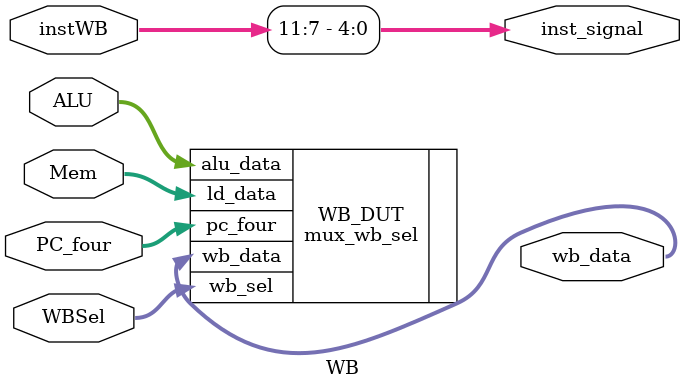
<source format=sv>
module WB(
	//Input from MEM_DUT
	input  logic [31:0] ALU,
	input  logic [31:0] PC_four,
	input  logic [31:0] Mem,
	input  logic [31:0] instWB,
	
	//Signal from/to Control Unit
	input  logic [1 :0] WBSel, 
	
	//
	output logic [31:0] wb_data,
	output logic [4:0] inst_signal
);

logic unused, unused1;
assign unused  =| instWB[31:12];
assign unused1 =| instWB[6:0];

assign inst_signal = instWB[11:7];

mux_wb_sel WB_DUT (
	.wb_sel(WBSel),
	.alu_data(ALU),
	.ld_data(Mem),
	.pc_four(PC_four),
	.wb_data(wb_data)
);

endmodule

</source>
